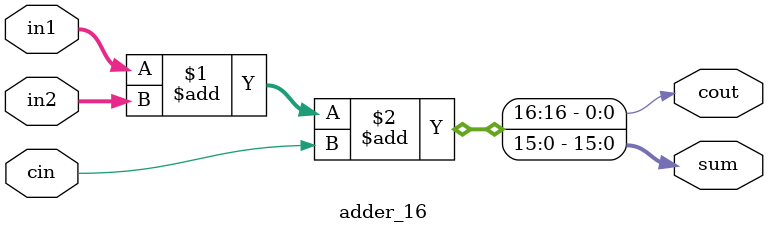
<source format=v>
module adder_16(output [15:0] sum,
                      output cout,
                      input [15:0] in1, in2,
                      input cin);

    assign {cout, sum} = in1 + in2 + cin;
endmodule
</source>
